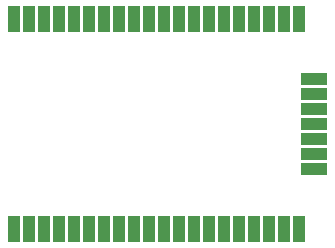
<source format=gtp>
G75*
%MOIN*%
%OFA0B0*%
%FSLAX25Y25*%
%IPPOS*%
%LPD*%
%AMOC8*
5,1,8,0,0,1.08239X$1,22.5*
%
%ADD10R,0.04000X0.08858*%
%ADD11R,0.08858X0.04000*%
D10*
X0128926Y0115422D03*
X0133926Y0115422D03*
X0138926Y0115422D03*
X0143926Y0115422D03*
X0148926Y0115422D03*
X0153926Y0115422D03*
X0158926Y0115422D03*
X0163926Y0115422D03*
X0168926Y0115422D03*
X0173926Y0115422D03*
X0178926Y0115422D03*
X0183926Y0115422D03*
X0188926Y0115422D03*
X0193926Y0115422D03*
X0198926Y0115422D03*
X0203926Y0115422D03*
X0208926Y0115422D03*
X0213926Y0115422D03*
X0218926Y0115422D03*
X0223926Y0115422D03*
X0223926Y0185422D03*
X0218926Y0185422D03*
X0213926Y0185422D03*
X0208926Y0185422D03*
X0203926Y0185422D03*
X0198926Y0185422D03*
X0193926Y0185422D03*
X0188926Y0185422D03*
X0183926Y0185422D03*
X0178926Y0185422D03*
X0173926Y0185422D03*
X0168926Y0185422D03*
X0163926Y0185422D03*
X0158926Y0185422D03*
X0153926Y0185422D03*
X0148926Y0185422D03*
X0143926Y0185422D03*
X0138926Y0185422D03*
X0133926Y0185422D03*
X0128926Y0185422D03*
D11*
X0228926Y0165422D03*
X0228926Y0160422D03*
X0228926Y0155422D03*
X0228926Y0150422D03*
X0228926Y0145422D03*
X0228926Y0140422D03*
X0228926Y0135422D03*
M02*

</source>
